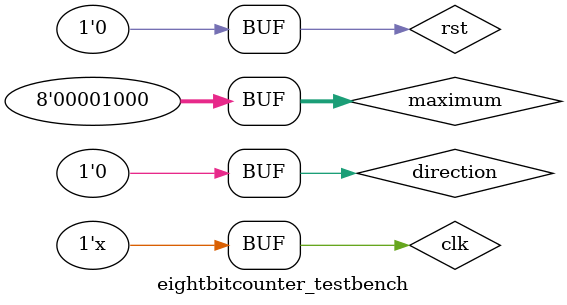
<source format=v>
`timescale 1ns / 1ps


module eightbitcounter_testbench;
reg clk;
reg rst;
reg direction;
reg [7:0] maximum;
wire [7:0] count;


eightbitcounter uut(
clk,
rst,
direction,
maximum,
count
);
 
initial
begin
clk = 0;
rst = 1;
direction = 1'b1;
maximum = 8'b00001000;

#10
rst = 0;

#500
direction = 1'b0;

end

always
    #10 clk = !clk;
    
endmodule

</source>
